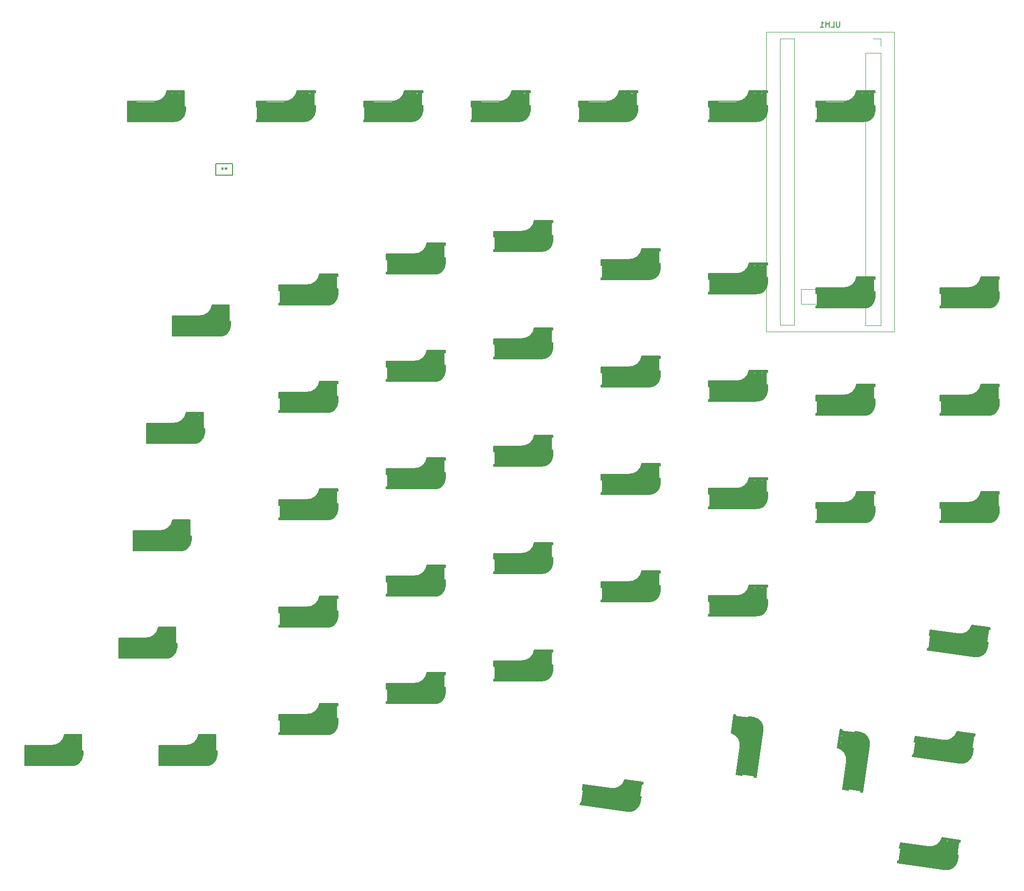
<source format=gbr>
%TF.GenerationSoftware,KiCad,Pcbnew,(6.0.5-0)*%
%TF.CreationDate,2023-01-14T19:39:34-08:00*%
%TF.ProjectId,ergodonk_pcb,6572676f-646f-46e6-9b5f-7063622e6b69,rev?*%
%TF.SameCoordinates,Original*%
%TF.FileFunction,Legend,Bot*%
%TF.FilePolarity,Positive*%
%FSLAX46Y46*%
G04 Gerber Fmt 4.6, Leading zero omitted, Abs format (unit mm)*
G04 Created by KiCad (PCBNEW (6.0.5-0)) date 2023-01-14 19:39:34*
%MOMM*%
%LPD*%
G01*
G04 APERTURE LIST*
%ADD10C,0.150000*%
%ADD11C,1.000000*%
%ADD12C,0.500000*%
%ADD13C,3.500000*%
%ADD14C,0.400000*%
%ADD15C,0.300000*%
%ADD16C,0.800000*%
%ADD17C,3.000000*%
%ADD18C,0.120000*%
G04 APERTURE END LIST*
D10*
%TO.C,R1*%
X62222138Y-49624645D02*
X62222138Y-49818169D01*
X62415661Y-49740759D02*
X62222138Y-49818169D01*
X62028614Y-49740759D01*
X62338252Y-49972988D02*
X62222138Y-49818169D01*
X62106023Y-49972988D01*
X61602861Y-49624645D02*
X61602861Y-49818169D01*
X61796385Y-49740759D02*
X61602861Y-49818169D01*
X61409338Y-49740759D01*
X61718976Y-49972988D02*
X61602861Y-49818169D01*
X61486747Y-49972988D01*
%TO.C,ULH1*%
X171076726Y-23741130D02*
X171076726Y-24550654D01*
X171029107Y-24645892D01*
X170981488Y-24693511D01*
X170886250Y-24741130D01*
X170695773Y-24741130D01*
X170600535Y-24693511D01*
X170552916Y-24645892D01*
X170505297Y-24550654D01*
X170505297Y-23741130D01*
X169552916Y-24741130D02*
X170029107Y-24741130D01*
X170029107Y-23741130D01*
X169219583Y-24741130D02*
X169219583Y-23741130D01*
X169219583Y-24217321D02*
X168648154Y-24217321D01*
X168648154Y-24741130D02*
X168648154Y-23741130D01*
X167648154Y-24741130D02*
X168219583Y-24741130D01*
X167933869Y-24741130D02*
X167933869Y-23741130D01*
X168029107Y-23883988D01*
X168124345Y-23979226D01*
X168219583Y-24026845D01*
%TO.C,SWLH14*%
X114700000Y-60975000D02*
X109700000Y-60975000D01*
X109700000Y-60975000D02*
X109700000Y-61975000D01*
D11*
X110400000Y-63975000D02*
X110400000Y-61475000D01*
D10*
X120200000Y-59075000D02*
X116920000Y-59075000D01*
X109700000Y-61975000D02*
X109900000Y-61975000D01*
X109920000Y-61975000D02*
X109920000Y-64225000D01*
X120200000Y-62675000D02*
X120200000Y-61675000D01*
X120000000Y-59435000D02*
X120200000Y-59435000D01*
D12*
X120000000Y-59275000D02*
X117300000Y-59275000D01*
D13*
X111700000Y-62775000D02*
X118400000Y-62775000D01*
D12*
X110000000Y-61275000D02*
X111400000Y-61275000D01*
D10*
X109700000Y-64225000D02*
X109700000Y-64575000D01*
D14*
X109900000Y-61875000D02*
X109900000Y-61175000D01*
D10*
X109700000Y-64575000D02*
X118100001Y-64575000D01*
X119970000Y-61675000D02*
X119970000Y-59435000D01*
X120200000Y-59075000D02*
X120200000Y-59435000D01*
X109900000Y-64225000D02*
X109700000Y-64225000D01*
D15*
X120100000Y-61775001D02*
X120100000Y-62675000D01*
D14*
X109900000Y-64375000D02*
X111300000Y-64375000D01*
D16*
X119600000Y-59575000D02*
X119600000Y-61374999D01*
D17*
X118470000Y-63075000D02*
X118470000Y-60835000D01*
D10*
X120200000Y-61675000D02*
X120000000Y-61675000D01*
D11*
X115100000Y-61375000D02*
G75*
G03*
X117316318Y-59496471I65001J2169999D01*
G01*
D10*
X118100001Y-64575001D02*
G75*
G03*
X120200000Y-62674999I100000J1999999D01*
G01*
X114700000Y-60975000D02*
G75*
G03*
X116916318Y-59096471I65001J2169999D01*
G01*
%TO.C,SWLH33*%
X101150000Y-104775000D02*
X101150000Y-103775000D01*
D17*
X99420000Y-105175000D02*
X99420000Y-102935000D01*
D10*
X90650000Y-106325000D02*
X90650000Y-106675000D01*
X101150000Y-101175000D02*
X97870000Y-101175000D01*
D14*
X90850000Y-103975000D02*
X90850000Y-103275000D01*
D10*
X100950000Y-101535000D02*
X101150000Y-101535000D01*
D16*
X100550000Y-101675000D02*
X100550000Y-103474999D01*
D14*
X90850000Y-106475000D02*
X92250000Y-106475000D01*
D10*
X90850000Y-106325000D02*
X90650000Y-106325000D01*
X90650000Y-103075000D02*
X90650000Y-104075000D01*
X95650000Y-103075000D02*
X90650000Y-103075000D01*
X90650000Y-104075000D02*
X90850000Y-104075000D01*
X90650000Y-106675000D02*
X99050001Y-106675000D01*
X90870000Y-104075000D02*
X90870000Y-106325000D01*
D13*
X92650000Y-104875000D02*
X99350000Y-104875000D01*
D10*
X101150000Y-103775000D02*
X100950000Y-103775000D01*
D11*
X91350000Y-106075000D02*
X91350000Y-103575000D01*
D10*
X101150000Y-101175000D02*
X101150000Y-101535000D01*
D12*
X90950000Y-103375000D02*
X92350000Y-103375000D01*
D10*
X100920000Y-103775000D02*
X100920000Y-101535000D01*
D15*
X101050000Y-103875001D02*
X101050000Y-104775000D01*
D12*
X100950000Y-101375000D02*
X98250000Y-101375000D01*
D11*
X96050000Y-103475000D02*
G75*
G03*
X98266318Y-101596471I65001J2169999D01*
G01*
D10*
X99050001Y-106675001D02*
G75*
G03*
X101150000Y-104774999I100000J1999999D01*
G01*
X95650000Y-103075000D02*
G75*
G03*
X97866318Y-101196471I65001J2169999D01*
G01*
D15*
%TO.C,SWLH57*%
X173816246Y-149812215D02*
X174707486Y-149937471D01*
D10*
X173699125Y-149927033D02*
X171480925Y-149615285D01*
X173731135Y-149699271D02*
X173703301Y-149897324D01*
D14*
X174971376Y-160274799D02*
X175166218Y-158888424D01*
D12*
X171326657Y-149563309D02*
X170950890Y-152237033D01*
D17*
X174876741Y-151607277D02*
X172658541Y-151295529D01*
D10*
X171485100Y-149585577D02*
X171512935Y-149387523D01*
X172272495Y-155048324D02*
X171576630Y-159999664D01*
X174822836Y-160253923D02*
X174795001Y-160451977D01*
X171156438Y-149337421D02*
X171512935Y-149387523D01*
X174795001Y-160451977D02*
X175141595Y-160500688D01*
X175141595Y-160500688D02*
X176310649Y-152182435D01*
D12*
X171915462Y-159744336D02*
X172110305Y-158357961D01*
D13*
X173637459Y-158269640D02*
X174569918Y-151634844D01*
D10*
X171156438Y-149337421D02*
X170699950Y-152585500D01*
X171576630Y-159999664D02*
X172566898Y-160138838D01*
D16*
X171568068Y-150001168D02*
X173350550Y-150251680D01*
D10*
X172597516Y-159920979D02*
X174825619Y-160234118D01*
X174721403Y-149838444D02*
X173731135Y-149699271D01*
D11*
X174644855Y-159723996D02*
X172169185Y-159376063D01*
D10*
X172566898Y-160138838D02*
X172594733Y-159940784D01*
D14*
X172495706Y-159926867D02*
X171802518Y-159829445D01*
D11*
X172724272Y-154707886D02*
G75*
G03*
X171172476Y-152251696I-2139834J366374D01*
G01*
D10*
X176310649Y-152182435D02*
G75*
G03*
X174721402Y-149838444I-1966617J377373D01*
G01*
X172272495Y-155048324D02*
G75*
G03*
X170720700Y-152592134I-2139834J366374D01*
G01*
%TO.C,SWLH35*%
X128750000Y-107325000D02*
X128750000Y-107675000D01*
X139250000Y-102175000D02*
X135970000Y-102175000D01*
X139250000Y-102175000D02*
X139250000Y-102535000D01*
X128750000Y-104075000D02*
X128750000Y-105075000D01*
D14*
X128950000Y-104975000D02*
X128950000Y-104275000D01*
D16*
X138650000Y-102675000D02*
X138650000Y-104474999D01*
D14*
X128950000Y-107475000D02*
X130350000Y-107475000D01*
D17*
X137520000Y-106175000D02*
X137520000Y-103935000D01*
D10*
X128950000Y-107325000D02*
X128750000Y-107325000D01*
X139020000Y-104775000D02*
X139020000Y-102535000D01*
D15*
X139150000Y-104875001D02*
X139150000Y-105775000D01*
D10*
X128750000Y-105075000D02*
X128950000Y-105075000D01*
D12*
X139050000Y-102375000D02*
X136350000Y-102375000D01*
D10*
X139250000Y-104775000D02*
X139050000Y-104775000D01*
X133750000Y-104075000D02*
X128750000Y-104075000D01*
D11*
X129450000Y-107075000D02*
X129450000Y-104575000D01*
D10*
X139250000Y-105775000D02*
X139250000Y-104775000D01*
D13*
X130750000Y-105875000D02*
X137450000Y-105875000D01*
D12*
X129050000Y-104375000D02*
X130450000Y-104375000D01*
D10*
X128970000Y-105075000D02*
X128970000Y-107325000D01*
X139050000Y-102535000D02*
X139250000Y-102535000D01*
X128750000Y-107675000D02*
X137150001Y-107675000D01*
D11*
X134150000Y-104475000D02*
G75*
G03*
X136366318Y-102596471I65001J2169999D01*
G01*
D10*
X137150001Y-107675001D02*
G75*
G03*
X139250000Y-105774999I100000J1999999D01*
G01*
X133750000Y-104075000D02*
G75*
G03*
X135966318Y-102196471I65001J2169999D01*
G01*
%TO.C,SWLH12*%
X71600000Y-73725000D02*
X71600000Y-74075000D01*
X76600000Y-70475000D02*
X71600000Y-70475000D01*
D16*
X81500000Y-69075000D02*
X81500000Y-70874999D01*
D10*
X81870000Y-71175000D02*
X81870000Y-68935000D01*
X82100000Y-68575000D02*
X78820000Y-68575000D01*
D14*
X71800000Y-73875000D02*
X73200000Y-73875000D01*
D12*
X81900000Y-68775000D02*
X79200000Y-68775000D01*
D10*
X82100000Y-68575000D02*
X82100000Y-68935000D01*
X82100000Y-71175000D02*
X81900000Y-71175000D01*
X71600000Y-74075000D02*
X80000001Y-74075000D01*
D13*
X73600000Y-72275000D02*
X80300000Y-72275000D01*
D10*
X81900000Y-68935000D02*
X82100000Y-68935000D01*
D14*
X71800000Y-71375000D02*
X71800000Y-70675000D01*
D10*
X71820000Y-71475000D02*
X71820000Y-73725000D01*
X82100000Y-72175000D02*
X82100000Y-71175000D01*
D15*
X82000000Y-71275001D02*
X82000000Y-72175000D01*
D10*
X71600000Y-70475000D02*
X71600000Y-71475000D01*
X71800000Y-73725000D02*
X71600000Y-73725000D01*
D17*
X80370000Y-72575000D02*
X80370000Y-70335000D01*
D10*
X71600000Y-71475000D02*
X71800000Y-71475000D01*
D12*
X71900000Y-70775000D02*
X73300000Y-70775000D01*
D11*
X72300000Y-73475000D02*
X72300000Y-70975000D01*
D10*
X76600000Y-70475000D02*
G75*
G03*
X78816318Y-68596471I65001J2169999D01*
G01*
D11*
X77000000Y-70875000D02*
G75*
G03*
X79216318Y-68996471I65001J2169999D01*
G01*
D10*
X80000001Y-74075001D02*
G75*
G03*
X82100000Y-72174999I100000J1999999D01*
G01*
D17*
%TO.C,SWLH43*%
X99420000Y-124225000D02*
X99420000Y-121985000D01*
D10*
X90650000Y-125375000D02*
X90650000Y-125725000D01*
X90870000Y-123125000D02*
X90870000Y-125375000D01*
D14*
X90850000Y-123025000D02*
X90850000Y-122325000D01*
D12*
X100950000Y-120425000D02*
X98250000Y-120425000D01*
D10*
X100950000Y-120585000D02*
X101150000Y-120585000D01*
D16*
X100550000Y-120725000D02*
X100550000Y-122524999D01*
D10*
X95650000Y-122125000D02*
X90650000Y-122125000D01*
X90650000Y-122125000D02*
X90650000Y-123125000D01*
D12*
X90950000Y-122425000D02*
X92350000Y-122425000D01*
D10*
X90650000Y-125725000D02*
X99050001Y-125725000D01*
X90850000Y-125375000D02*
X90650000Y-125375000D01*
D14*
X90850000Y-125525000D02*
X92250000Y-125525000D01*
D10*
X101150000Y-120225000D02*
X97870000Y-120225000D01*
D13*
X92650000Y-123925000D02*
X99350000Y-123925000D01*
D15*
X101050000Y-122925001D02*
X101050000Y-123825000D01*
D10*
X90650000Y-123125000D02*
X90850000Y-123125000D01*
X101150000Y-120225000D02*
X101150000Y-120585000D01*
D11*
X91350000Y-125125000D02*
X91350000Y-122625000D01*
D10*
X101150000Y-123825000D02*
X101150000Y-122825000D01*
X101150000Y-122825000D02*
X100950000Y-122825000D01*
X100920000Y-122825000D02*
X100920000Y-120585000D01*
X95650000Y-122125000D02*
G75*
G03*
X97866318Y-120246471I65001J2169999D01*
G01*
D11*
X96050000Y-122525000D02*
G75*
G03*
X98266318Y-120646471I65001J2169999D01*
G01*
D10*
X99050001Y-125725001D02*
G75*
G03*
X101150000Y-123824999I100000J1999999D01*
G01*
%TO.C,SWLH2*%
X67600000Y-41525000D02*
X76000001Y-41525000D01*
D13*
X69600000Y-39725000D02*
X76300000Y-39725000D01*
D15*
X78000000Y-38725001D02*
X78000000Y-39625000D01*
D10*
X67600000Y-37925000D02*
X67600000Y-38925000D01*
X77870000Y-38625000D02*
X77870000Y-36385000D01*
X77900000Y-36385000D02*
X78100000Y-36385000D01*
D16*
X77500000Y-36525000D02*
X77500000Y-38324999D01*
D10*
X78100000Y-39625000D02*
X78100000Y-38625000D01*
D14*
X67800000Y-38825000D02*
X67800000Y-38125000D01*
D10*
X67600000Y-38925000D02*
X67800000Y-38925000D01*
X78100000Y-36025000D02*
X78100000Y-36385000D01*
X67820000Y-38925000D02*
X67820000Y-41175000D01*
X78100000Y-36025000D02*
X74820000Y-36025000D01*
X67600000Y-41175000D02*
X67600000Y-41525000D01*
D14*
X67800000Y-41325000D02*
X69200000Y-41325000D01*
D12*
X77900000Y-36225000D02*
X75200000Y-36225000D01*
X67900000Y-38225000D02*
X69300000Y-38225000D01*
D10*
X78100000Y-38625000D02*
X77900000Y-38625000D01*
D11*
X68300000Y-40925000D02*
X68300000Y-38425000D01*
D17*
X76370000Y-40025000D02*
X76370000Y-37785000D01*
D10*
X67800000Y-41175000D02*
X67600000Y-41175000D01*
X72600000Y-37925000D02*
X67600000Y-37925000D01*
X72600000Y-37925000D02*
G75*
G03*
X74816318Y-36046471I65001J2169999D01*
G01*
X76000001Y-41525001D02*
G75*
G03*
X78100000Y-39624999I100000J1999999D01*
G01*
D11*
X73000000Y-38325000D02*
G75*
G03*
X75216318Y-36446471I65001J2169999D01*
G01*
D10*
%TO.C,SWLH53*%
X101150000Y-139275000D02*
X101150000Y-139635000D01*
X101150000Y-141875000D02*
X100950000Y-141875000D01*
D16*
X100550000Y-139775000D02*
X100550000Y-141574999D01*
D10*
X100950000Y-139635000D02*
X101150000Y-139635000D01*
D13*
X92650000Y-142975000D02*
X99350000Y-142975000D01*
D17*
X99420000Y-143275000D02*
X99420000Y-141035000D01*
D10*
X101150000Y-139275000D02*
X97870000Y-139275000D01*
D12*
X90950000Y-141475000D02*
X92350000Y-141475000D01*
D10*
X90650000Y-141175000D02*
X90650000Y-142175000D01*
X90870000Y-142175000D02*
X90870000Y-144425000D01*
D15*
X101050000Y-141975001D02*
X101050000Y-142875000D01*
D10*
X90850000Y-144425000D02*
X90650000Y-144425000D01*
D14*
X90850000Y-142075000D02*
X90850000Y-141375000D01*
D11*
X91350000Y-144175000D02*
X91350000Y-141675000D01*
D10*
X95650000Y-141175000D02*
X90650000Y-141175000D01*
D12*
X100950000Y-139475000D02*
X98250000Y-139475000D01*
D10*
X90650000Y-144425000D02*
X90650000Y-144775000D01*
D14*
X90850000Y-144575000D02*
X92250000Y-144575000D01*
D10*
X100920000Y-141875000D02*
X100920000Y-139635000D01*
X101150000Y-142875000D02*
X101150000Y-141875000D01*
X90650000Y-144775000D02*
X99050001Y-144775000D01*
X90650000Y-142175000D02*
X90850000Y-142175000D01*
X95650000Y-141175000D02*
G75*
G03*
X97866318Y-139296471I65001J2169999D01*
G01*
D11*
X96050000Y-141575000D02*
G75*
G03*
X98266318Y-139696471I65001J2169999D01*
G01*
D10*
X99050001Y-144775001D02*
G75*
G03*
X101150000Y-142874999I100000J1999999D01*
G01*
%TO.C,SWLH3*%
X97150000Y-36025000D02*
X93870000Y-36025000D01*
D14*
X86850000Y-41325000D02*
X88250000Y-41325000D01*
D10*
X97150000Y-38625000D02*
X96950000Y-38625000D01*
X86650000Y-41525000D02*
X95050001Y-41525000D01*
X97150000Y-36025000D02*
X97150000Y-36385000D01*
D15*
X97050000Y-38725001D02*
X97050000Y-39625000D01*
D10*
X91650000Y-37925000D02*
X86650000Y-37925000D01*
X86850000Y-41175000D02*
X86650000Y-41175000D01*
X86870000Y-38925000D02*
X86870000Y-41175000D01*
D11*
X87350000Y-40925000D02*
X87350000Y-38425000D01*
D14*
X86850000Y-38825000D02*
X86850000Y-38125000D01*
D17*
X95420000Y-40025000D02*
X95420000Y-37785000D01*
D10*
X97150000Y-39625000D02*
X97150000Y-38625000D01*
X86650000Y-37925000D02*
X86650000Y-38925000D01*
X96920000Y-38625000D02*
X96920000Y-36385000D01*
D13*
X88650000Y-39725000D02*
X95350000Y-39725000D01*
D10*
X86650000Y-38925000D02*
X86850000Y-38925000D01*
D12*
X86950000Y-38225000D02*
X88350000Y-38225000D01*
D10*
X86650000Y-41175000D02*
X86650000Y-41525000D01*
D16*
X96550000Y-36525000D02*
X96550000Y-38324999D01*
D10*
X96950000Y-36385000D02*
X97150000Y-36385000D01*
D12*
X96950000Y-36225000D02*
X94250000Y-36225000D01*
D10*
X91650000Y-37925000D02*
G75*
G03*
X93866318Y-36046471I65001J2169999D01*
G01*
X95050001Y-41525001D02*
G75*
G03*
X97150000Y-39624999I100000J1999999D01*
G01*
D11*
X92050000Y-38325000D02*
G75*
G03*
X94266318Y-36446471I65001J2169999D01*
G01*
D10*
%TO.C,SWLH45*%
X128950000Y-126375000D02*
X128750000Y-126375000D01*
X139250000Y-123825000D02*
X139050000Y-123825000D01*
D14*
X128950000Y-124025000D02*
X128950000Y-123325000D01*
D10*
X133750000Y-123125000D02*
X128750000Y-123125000D01*
D14*
X128950000Y-126525000D02*
X130350000Y-126525000D01*
D11*
X129450000Y-126125000D02*
X129450000Y-123625000D01*
D12*
X139050000Y-121425000D02*
X136350000Y-121425000D01*
D10*
X139250000Y-121225000D02*
X135970000Y-121225000D01*
D15*
X139150000Y-123925001D02*
X139150000Y-124825000D01*
D10*
X128750000Y-124125000D02*
X128950000Y-124125000D01*
X139050000Y-121585000D02*
X139250000Y-121585000D01*
X139250000Y-124825000D02*
X139250000Y-123825000D01*
X128970000Y-124125000D02*
X128970000Y-126375000D01*
D16*
X138650000Y-121725000D02*
X138650000Y-123524999D01*
D17*
X137520000Y-125225000D02*
X137520000Y-122985000D01*
D10*
X128750000Y-126375000D02*
X128750000Y-126725000D01*
D12*
X129050000Y-123425000D02*
X130450000Y-123425000D01*
D13*
X130750000Y-124925000D02*
X137450000Y-124925000D01*
D10*
X139020000Y-123825000D02*
X139020000Y-121585000D01*
X139250000Y-121225000D02*
X139250000Y-121585000D01*
X128750000Y-126725000D02*
X137150001Y-126725000D01*
X128750000Y-123125000D02*
X128750000Y-124125000D01*
X137150001Y-126725001D02*
G75*
G03*
X139250000Y-124824999I100000J1999999D01*
G01*
X133750000Y-123125000D02*
G75*
G03*
X135966318Y-121246471I65001J2169999D01*
G01*
D11*
X134150000Y-123525000D02*
G75*
G03*
X136366318Y-121646471I65001J2169999D01*
G01*
D10*
%TO.C,SWLH68*%
X192474496Y-169020879D02*
X189226417Y-168564391D01*
X191884884Y-171563566D02*
X192196632Y-169345366D01*
D12*
X182067581Y-169779903D02*
X183453956Y-169974746D01*
D10*
X192474496Y-169020879D02*
X192424394Y-169377376D01*
D17*
X190204640Y-172741182D02*
X190516388Y-170522982D01*
D10*
X181557994Y-172687277D02*
X181359940Y-172659442D01*
X192226340Y-169349541D02*
X192424394Y-169377376D01*
X181673079Y-170431339D02*
X181871133Y-170459174D01*
D13*
X183542277Y-171501900D02*
X190177073Y-172434359D01*
D10*
X181890938Y-170461957D02*
X181577799Y-172690060D01*
X181311229Y-173006036D02*
X189629482Y-174175090D01*
X181812253Y-169441071D02*
X181673079Y-170431339D01*
D14*
X181537118Y-172835817D02*
X182923493Y-173030659D01*
D11*
X182087921Y-172509296D02*
X182435854Y-170033626D01*
D15*
X191999702Y-171680687D02*
X191874446Y-172571927D01*
D10*
X191973473Y-172585844D02*
X192112646Y-171595576D01*
X192112646Y-171595576D02*
X191914593Y-171567742D01*
D12*
X192248608Y-169191098D02*
X189574884Y-168815331D01*
D10*
X181359940Y-172659442D02*
X181311229Y-173006036D01*
X186763593Y-170136936D02*
X181812253Y-169441071D01*
D14*
X181885050Y-170360147D02*
X181982472Y-169666959D01*
D16*
X191810749Y-169432509D02*
X191560237Y-171214991D01*
D10*
X189629482Y-174175090D02*
G75*
G03*
X191973473Y-172585843I377373J1966617D01*
G01*
X186763593Y-170136936D02*
G75*
G03*
X189219783Y-168585141I366374J2139834D01*
G01*
D11*
X187104031Y-170588713D02*
G75*
G03*
X189560221Y-169036917I366374J2139834D01*
G01*
D10*
%TO.C,SWLH27*%
X177350000Y-91725000D02*
X177350000Y-90725000D01*
X166850000Y-90025000D02*
X166850000Y-91025000D01*
D13*
X168850000Y-91825000D02*
X175550000Y-91825000D01*
D10*
X177350000Y-90725000D02*
X177150000Y-90725000D01*
X166850000Y-93625000D02*
X175250001Y-93625000D01*
D17*
X175620000Y-92125000D02*
X175620000Y-89885000D01*
D10*
X171850000Y-90025000D02*
X166850000Y-90025000D01*
D12*
X167150000Y-90325000D02*
X168550000Y-90325000D01*
D15*
X177250000Y-90825001D02*
X177250000Y-91725000D01*
D14*
X167050000Y-93425000D02*
X168450000Y-93425000D01*
D10*
X167050000Y-93275000D02*
X166850000Y-93275000D01*
D14*
X167050000Y-90925000D02*
X167050000Y-90225000D01*
D16*
X176750000Y-88625000D02*
X176750000Y-90424999D01*
D10*
X166850000Y-93275000D02*
X166850000Y-93625000D01*
X166850000Y-91025000D02*
X167050000Y-91025000D01*
X177150000Y-88485000D02*
X177350000Y-88485000D01*
X177350000Y-88125000D02*
X177350000Y-88485000D01*
D11*
X167550000Y-93025000D02*
X167550000Y-90525000D01*
D10*
X167070000Y-91025000D02*
X167070000Y-93275000D01*
D12*
X177150000Y-88325000D02*
X174450000Y-88325000D01*
D10*
X177350000Y-88125000D02*
X174070000Y-88125000D01*
X177120000Y-90725000D02*
X177120000Y-88485000D01*
X171850000Y-90025000D02*
G75*
G03*
X174066318Y-88146471I65001J2169999D01*
G01*
D11*
X172250000Y-90425000D02*
G75*
G03*
X174466318Y-88546471I65001J2169999D01*
G01*
D10*
X175250001Y-93625001D02*
G75*
G03*
X177350000Y-91724999I100000J1999999D01*
G01*
D15*
%TO.C,SWLH4*%
X116100000Y-38725001D02*
X116100000Y-39625000D01*
D16*
X115600000Y-36525000D02*
X115600000Y-38324999D01*
D12*
X116000000Y-36225000D02*
X113300000Y-36225000D01*
D10*
X105920000Y-38925000D02*
X105920000Y-41175000D01*
X116200000Y-36025000D02*
X116200000Y-36385000D01*
D14*
X105900000Y-38825000D02*
X105900000Y-38125000D01*
D10*
X116200000Y-38625000D02*
X116000000Y-38625000D01*
X105700000Y-37925000D02*
X105700000Y-38925000D01*
X105900000Y-41175000D02*
X105700000Y-41175000D01*
X110700000Y-37925000D02*
X105700000Y-37925000D01*
X116000000Y-36385000D02*
X116200000Y-36385000D01*
X105700000Y-38925000D02*
X105900000Y-38925000D01*
D11*
X106400000Y-40925000D02*
X106400000Y-38425000D01*
D10*
X116200000Y-36025000D02*
X112920000Y-36025000D01*
D14*
X105900000Y-41325000D02*
X107300000Y-41325000D01*
D17*
X114470000Y-40025000D02*
X114470000Y-37785000D01*
D13*
X107700000Y-39725000D02*
X114400000Y-39725000D01*
D12*
X106000000Y-38225000D02*
X107400000Y-38225000D01*
D10*
X105700000Y-41525000D02*
X114100001Y-41525000D01*
X105700000Y-41175000D02*
X105700000Y-41525000D01*
X116200000Y-39625000D02*
X116200000Y-38625000D01*
X115970000Y-38625000D02*
X115970000Y-36385000D01*
X114100001Y-41525001D02*
G75*
G03*
X116200000Y-39624999I100000J1999999D01*
G01*
D11*
X111100000Y-38325000D02*
G75*
G03*
X113316318Y-36446471I65001J2169999D01*
G01*
D10*
X110700000Y-37925000D02*
G75*
G03*
X112916318Y-36046471I65001J2169999D01*
G01*
%TO.C,SWLH65*%
X135850232Y-161283757D02*
X135652179Y-161255923D01*
D12*
X125805167Y-159468084D02*
X127191542Y-159662927D01*
D10*
X125097526Y-162347623D02*
X125048815Y-162694217D01*
D14*
X125274704Y-162523998D02*
X126661079Y-162718840D01*
D10*
X136212082Y-158709060D02*
X132964003Y-158252572D01*
X125628524Y-160150138D02*
X125315385Y-162378241D01*
D14*
X125622636Y-160048328D02*
X125720058Y-159355140D01*
D10*
X130501179Y-159825117D02*
X125549839Y-159129252D01*
D16*
X135548335Y-159120690D02*
X135297823Y-160903172D01*
D10*
X135711059Y-162274025D02*
X135850232Y-161283757D01*
X125549839Y-159129252D02*
X125410665Y-160119520D01*
D13*
X127279863Y-161190081D02*
X133914659Y-162122540D01*
D10*
X135622470Y-161251747D02*
X135934218Y-159033547D01*
D15*
X135737288Y-161368868D02*
X135612032Y-162260108D01*
D10*
X135963926Y-159037722D02*
X136161980Y-159065557D01*
X125048815Y-162694217D02*
X133367068Y-163863271D01*
X125295580Y-162375458D02*
X125097526Y-162347623D01*
D12*
X135986194Y-158879279D02*
X133312470Y-158503512D01*
D11*
X125825507Y-162197477D02*
X126173440Y-159721807D01*
D17*
X133942226Y-162429363D02*
X134253974Y-160211163D01*
D10*
X125410665Y-160119520D02*
X125608719Y-160147355D01*
X136212082Y-158709060D02*
X136161980Y-159065557D01*
D11*
X130841617Y-160276894D02*
G75*
G03*
X133297807Y-158725098I366374J2139834D01*
G01*
D10*
X130501179Y-159825117D02*
G75*
G03*
X132957369Y-158273322I366374J2139834D01*
G01*
X133367068Y-163863271D02*
G75*
G03*
X135711059Y-162274024I377373J1966617D01*
G01*
%TO.C,SWLH22*%
X82100000Y-90225000D02*
X81900000Y-90225000D01*
D12*
X81900000Y-87825000D02*
X79200000Y-87825000D01*
D13*
X73600000Y-91325000D02*
X80300000Y-91325000D01*
D14*
X71800000Y-90425000D02*
X71800000Y-89725000D01*
D10*
X81900000Y-87985000D02*
X82100000Y-87985000D01*
D15*
X82000000Y-90325001D02*
X82000000Y-91225000D01*
D10*
X71820000Y-90525000D02*
X71820000Y-92775000D01*
X81870000Y-90225000D02*
X81870000Y-87985000D01*
D14*
X71800000Y-92925000D02*
X73200000Y-92925000D01*
D11*
X72300000Y-92525000D02*
X72300000Y-90025000D01*
D10*
X71800000Y-92775000D02*
X71600000Y-92775000D01*
X76600000Y-89525000D02*
X71600000Y-89525000D01*
X71600000Y-92775000D02*
X71600000Y-93125000D01*
X82100000Y-91225000D02*
X82100000Y-90225000D01*
D17*
X80370000Y-91625000D02*
X80370000Y-89385000D01*
D16*
X81500000Y-88125000D02*
X81500000Y-89924999D01*
D10*
X82100000Y-87625000D02*
X78820000Y-87625000D01*
X71600000Y-89525000D02*
X71600000Y-90525000D01*
X71600000Y-93125000D02*
X80000001Y-93125000D01*
X82100000Y-87625000D02*
X82100000Y-87985000D01*
X71600000Y-90525000D02*
X71800000Y-90525000D01*
D12*
X71900000Y-89825000D02*
X73300000Y-89825000D01*
D11*
X77000000Y-89925000D02*
G75*
G03*
X79216318Y-88046471I65001J2169999D01*
G01*
D10*
X80000001Y-93125001D02*
G75*
G03*
X82100000Y-91224999I100000J1999999D01*
G01*
X76600000Y-89525000D02*
G75*
G03*
X78816318Y-87646471I65001J2169999D01*
G01*
%TO.C,SWLH16*%
X147800000Y-72075000D02*
X156200001Y-72075000D01*
X158300000Y-69175000D02*
X158100000Y-69175000D01*
D15*
X158200000Y-69275001D02*
X158200000Y-70175000D01*
D10*
X148000000Y-71725000D02*
X147800000Y-71725000D01*
X148020000Y-69475000D02*
X148020000Y-71725000D01*
D17*
X156570000Y-70575000D02*
X156570000Y-68335000D01*
D10*
X158300000Y-66575000D02*
X155020000Y-66575000D01*
X158300000Y-70175000D02*
X158300000Y-69175000D01*
X158300000Y-66575000D02*
X158300000Y-66935000D01*
X147800000Y-68475000D02*
X147800000Y-69475000D01*
X147800000Y-71725000D02*
X147800000Y-72075000D01*
X158070000Y-69175000D02*
X158070000Y-66935000D01*
D13*
X149800000Y-70275000D02*
X156500000Y-70275000D01*
D10*
X147800000Y-69475000D02*
X148000000Y-69475000D01*
D14*
X148000000Y-69375000D02*
X148000000Y-68675000D01*
D12*
X158100000Y-66775000D02*
X155400000Y-66775000D01*
D11*
X148500000Y-71475000D02*
X148500000Y-68975000D01*
D12*
X148100000Y-68775000D02*
X149500000Y-68775000D01*
D10*
X152800000Y-68475000D02*
X147800000Y-68475000D01*
D14*
X148000000Y-71875000D02*
X149400000Y-71875000D01*
D10*
X158100000Y-66935000D02*
X158300000Y-66935000D01*
D16*
X157700000Y-67075000D02*
X157700000Y-68874999D01*
D10*
X156200001Y-72075001D02*
G75*
G03*
X158300000Y-70174999I100000J1999999D01*
G01*
X152800000Y-68475000D02*
G75*
G03*
X155016318Y-66596471I65001J2169999D01*
G01*
D11*
X153200000Y-68875000D02*
G75*
G03*
X155416318Y-66996471I65001J2169999D01*
G01*
D10*
%TO.C,SWLH58*%
X184542185Y-151597350D02*
X184229046Y-153825453D01*
X183962476Y-154141429D02*
X192280729Y-155310483D01*
D11*
X184739168Y-153644689D02*
X185087101Y-151169019D01*
D17*
X192855887Y-153876575D02*
X193167635Y-151658375D01*
D10*
X184209241Y-153822670D02*
X184011187Y-153794835D01*
D14*
X184188365Y-153971210D02*
X185574740Y-154166052D01*
D10*
X194536131Y-152698959D02*
X194847879Y-150480759D01*
D12*
X184718828Y-150915296D02*
X186105203Y-151110139D01*
D10*
X184011187Y-153794835D02*
X183962476Y-154141429D01*
X195125743Y-150156272D02*
X195075641Y-150512769D01*
D15*
X194650949Y-152816080D02*
X194525693Y-153707320D01*
D12*
X194899855Y-150326491D02*
X192226131Y-149950724D01*
D16*
X194461996Y-150567902D02*
X194211484Y-152350384D01*
D10*
X189414840Y-151272329D02*
X184463500Y-150576464D01*
X194877587Y-150484934D02*
X195075641Y-150512769D01*
X184463500Y-150576464D02*
X184324326Y-151566732D01*
D14*
X184536297Y-151495540D02*
X184633719Y-150802352D01*
D13*
X186193524Y-152637293D02*
X192828320Y-153569752D01*
D10*
X195125743Y-150156272D02*
X191877664Y-149699784D01*
X184324326Y-151566732D02*
X184522380Y-151594567D01*
X194624720Y-153721237D02*
X194763893Y-152730969D01*
X194763893Y-152730969D02*
X194565840Y-152703135D01*
X192280729Y-155310483D02*
G75*
G03*
X194624720Y-153721236I377373J1966617D01*
G01*
X189414840Y-151272329D02*
G75*
G03*
X191871030Y-149720534I366374J2139834D01*
G01*
D11*
X189755278Y-151724106D02*
G75*
G03*
X192211468Y-150172310I366374J2139834D01*
G01*
D10*
%TO.C,SWLH44*%
X114700000Y-118125000D02*
X109700000Y-118125000D01*
D14*
X109900000Y-121525000D02*
X111300000Y-121525000D01*
D10*
X109920000Y-119125000D02*
X109920000Y-121375000D01*
X109700000Y-121375000D02*
X109700000Y-121725000D01*
X109700000Y-118125000D02*
X109700000Y-119125000D01*
D17*
X118470000Y-120225000D02*
X118470000Y-117985000D01*
D11*
X110400000Y-121125000D02*
X110400000Y-118625000D01*
D13*
X111700000Y-119925000D02*
X118400000Y-119925000D01*
D10*
X120200000Y-119825000D02*
X120200000Y-118825000D01*
X120200000Y-116225000D02*
X116920000Y-116225000D01*
D12*
X120000000Y-116425000D02*
X117300000Y-116425000D01*
D10*
X109700000Y-119125000D02*
X109900000Y-119125000D01*
X120000000Y-116585000D02*
X120200000Y-116585000D01*
X120200000Y-116225000D02*
X120200000Y-116585000D01*
X109900000Y-121375000D02*
X109700000Y-121375000D01*
D12*
X110000000Y-118425000D02*
X111400000Y-118425000D01*
D14*
X109900000Y-119025000D02*
X109900000Y-118325000D01*
D15*
X120100000Y-118925001D02*
X120100000Y-119825000D01*
D10*
X109700000Y-121725000D02*
X118100001Y-121725000D01*
X119970000Y-118825000D02*
X119970000Y-116585000D01*
D16*
X119600000Y-116725000D02*
X119600000Y-118524999D01*
D10*
X120200000Y-118825000D02*
X120000000Y-118825000D01*
X114700000Y-118125000D02*
G75*
G03*
X116916318Y-116246471I65001J2169999D01*
G01*
D11*
X115100000Y-118525000D02*
G75*
G03*
X117316318Y-116646471I65001J2169999D01*
G01*
D10*
X118100001Y-121725001D02*
G75*
G03*
X120200000Y-119824999I100000J1999999D01*
G01*
D15*
%TO.C,SWLH52*%
X82000000Y-147475001D02*
X82000000Y-148375000D01*
D16*
X81500000Y-145275000D02*
X81500000Y-147074999D01*
D10*
X81870000Y-147375000D02*
X81870000Y-145135000D01*
X81900000Y-145135000D02*
X82100000Y-145135000D01*
X71600000Y-146675000D02*
X71600000Y-147675000D01*
X82100000Y-144775000D02*
X82100000Y-145135000D01*
X71800000Y-149925000D02*
X71600000Y-149925000D01*
D14*
X71800000Y-147575000D02*
X71800000Y-146875000D01*
D10*
X82100000Y-148375000D02*
X82100000Y-147375000D01*
D17*
X80370000Y-148775000D02*
X80370000Y-146535000D01*
D10*
X82100000Y-147375000D02*
X81900000Y-147375000D01*
X82100000Y-144775000D02*
X78820000Y-144775000D01*
D11*
X72300000Y-149675000D02*
X72300000Y-147175000D01*
D12*
X71900000Y-146975000D02*
X73300000Y-146975000D01*
X81900000Y-144975000D02*
X79200000Y-144975000D01*
D10*
X71600000Y-147675000D02*
X71800000Y-147675000D01*
X76600000Y-146675000D02*
X71600000Y-146675000D01*
X71600000Y-149925000D02*
X71600000Y-150275000D01*
X71600000Y-150275000D02*
X80000001Y-150275000D01*
D13*
X73600000Y-148475000D02*
X80300000Y-148475000D01*
D14*
X71800000Y-150075000D02*
X73200000Y-150075000D01*
D10*
X71820000Y-147675000D02*
X71820000Y-149925000D01*
X80000001Y-150275001D02*
G75*
G03*
X82100000Y-148374999I100000J1999999D01*
G01*
X76600000Y-146675000D02*
G75*
G03*
X78816318Y-144796471I65001J2169999D01*
G01*
D11*
X77000000Y-147075000D02*
G75*
G03*
X79216318Y-145196471I65001J2169999D01*
G01*
D14*
%TO.C,SWLH56*%
X156102420Y-157654497D02*
X156297262Y-156268122D01*
D10*
X153697942Y-157518536D02*
X153725777Y-157320482D01*
X155852447Y-147218142D02*
X154862179Y-147078969D01*
D12*
X153046506Y-157124034D02*
X153241349Y-155737659D01*
D10*
X153403539Y-152428022D02*
X152707674Y-157379362D01*
X155953880Y-157633621D02*
X155926045Y-157831675D01*
X153728560Y-157300677D02*
X155956663Y-157613816D01*
X152287482Y-146717119D02*
X152643979Y-146767221D01*
X152287482Y-146717119D02*
X151830994Y-149965198D01*
D14*
X153626750Y-157306565D02*
X152933562Y-157209143D01*
D11*
X155775899Y-157103694D02*
X153300229Y-156755761D01*
D10*
X154862179Y-147078969D02*
X154834345Y-147277022D01*
X152707674Y-157379362D02*
X153697942Y-157518536D01*
D15*
X154947290Y-147191913D02*
X155838530Y-147317169D01*
D10*
X156272639Y-157880386D02*
X157441693Y-149562133D01*
X154830169Y-147306731D02*
X152611969Y-146994983D01*
X152616144Y-146965275D02*
X152643979Y-146767221D01*
D17*
X156007785Y-148986975D02*
X153789585Y-148675227D01*
D10*
X155926045Y-157831675D02*
X156272639Y-157880386D01*
D12*
X152457701Y-146943007D02*
X152081934Y-149616731D01*
D16*
X152699112Y-147380866D02*
X154481594Y-147631378D01*
D13*
X154768503Y-155649338D02*
X155700962Y-149014542D01*
D10*
X153403539Y-152428022D02*
G75*
G03*
X151851744Y-149971832I-2139834J366374D01*
G01*
D11*
X153855316Y-152087584D02*
G75*
G03*
X152303520Y-149631394I-2139834J366374D01*
G01*
D10*
X157441693Y-149562133D02*
G75*
G03*
X155852446Y-147218142I-1966617J377373D01*
G01*
D17*
%TO.C,SWLH28*%
X197670000Y-92125000D02*
X197670000Y-89885000D01*
D10*
X188900000Y-93275000D02*
X188900000Y-93625000D01*
D12*
X189200000Y-90325000D02*
X190600000Y-90325000D01*
D10*
X193900000Y-90025000D02*
X188900000Y-90025000D01*
X188900000Y-90025000D02*
X188900000Y-91025000D01*
D14*
X189100000Y-90925000D02*
X189100000Y-90225000D01*
D10*
X199170000Y-90725000D02*
X199170000Y-88485000D01*
X189100000Y-93275000D02*
X188900000Y-93275000D01*
X199400000Y-90725000D02*
X199200000Y-90725000D01*
X189120000Y-91025000D02*
X189120000Y-93275000D01*
X188900000Y-91025000D02*
X189100000Y-91025000D01*
D14*
X189100000Y-93425000D02*
X190500000Y-93425000D01*
D10*
X199400000Y-91725000D02*
X199400000Y-90725000D01*
D13*
X190900000Y-91825000D02*
X197600000Y-91825000D01*
D15*
X199300000Y-90825001D02*
X199300000Y-91725000D01*
D10*
X188900000Y-93625000D02*
X197300001Y-93625000D01*
X199400000Y-88125000D02*
X199400000Y-88485000D01*
D16*
X198800000Y-88625000D02*
X198800000Y-90424999D01*
D12*
X199200000Y-88325000D02*
X196500000Y-88325000D01*
D10*
X199200000Y-88485000D02*
X199400000Y-88485000D01*
D11*
X189600000Y-93025000D02*
X189600000Y-90525000D01*
D10*
X199400000Y-88125000D02*
X196120000Y-88125000D01*
X193900000Y-90025000D02*
G75*
G03*
X196116318Y-88146471I65001J2169999D01*
G01*
X197300001Y-93625001D02*
G75*
G03*
X199400000Y-91724999I100000J1999999D01*
G01*
D11*
X194300000Y-90425000D02*
G75*
G03*
X196516318Y-88546471I65001J2169999D01*
G01*
D10*
%TO.C,SWLH26*%
X158300000Y-85625000D02*
X158300000Y-85985000D01*
X148000000Y-90775000D02*
X147800000Y-90775000D01*
D17*
X156570000Y-89625000D02*
X156570000Y-87385000D01*
D10*
X147800000Y-87525000D02*
X147800000Y-88525000D01*
X148020000Y-88525000D02*
X148020000Y-90775000D01*
D12*
X148100000Y-87825000D02*
X149500000Y-87825000D01*
D11*
X148500000Y-90525000D02*
X148500000Y-88025000D01*
D10*
X158100000Y-85985000D02*
X158300000Y-85985000D01*
X158300000Y-85625000D02*
X155020000Y-85625000D01*
D13*
X149800000Y-89325000D02*
X156500000Y-89325000D01*
D10*
X158300000Y-89225000D02*
X158300000Y-88225000D01*
X158300000Y-88225000D02*
X158100000Y-88225000D01*
D12*
X158100000Y-85825000D02*
X155400000Y-85825000D01*
D10*
X152800000Y-87525000D02*
X147800000Y-87525000D01*
X158070000Y-88225000D02*
X158070000Y-85985000D01*
D16*
X157700000Y-86125000D02*
X157700000Y-87924999D01*
D10*
X147800000Y-88525000D02*
X148000000Y-88525000D01*
D14*
X148000000Y-90925000D02*
X149400000Y-90925000D01*
D10*
X147800000Y-91125000D02*
X156200001Y-91125000D01*
X147800000Y-90775000D02*
X147800000Y-91125000D01*
D15*
X158200000Y-88325001D02*
X158200000Y-89225000D01*
D14*
X148000000Y-88425000D02*
X148000000Y-87725000D01*
D10*
X152800000Y-87525000D02*
G75*
G03*
X155016318Y-85646471I65001J2169999D01*
G01*
D11*
X153200000Y-87925000D02*
G75*
G03*
X155416318Y-86046471I65001J2169999D01*
G01*
D10*
X156200001Y-91125001D02*
G75*
G03*
X158300000Y-89224999I100000J1999999D01*
G01*
D16*
%TO.C,SWLH24*%
X119600000Y-78625000D02*
X119600000Y-80424999D01*
D10*
X120200000Y-78125000D02*
X116920000Y-78125000D01*
X109700000Y-83625000D02*
X118100001Y-83625000D01*
D15*
X120100000Y-80825001D02*
X120100000Y-81725000D01*
D10*
X109700000Y-83275000D02*
X109700000Y-83625000D01*
X120200000Y-81725000D02*
X120200000Y-80725000D01*
X109700000Y-80025000D02*
X109700000Y-81025000D01*
X109920000Y-81025000D02*
X109920000Y-83275000D01*
D14*
X109900000Y-83425000D02*
X111300000Y-83425000D01*
D12*
X120000000Y-78325000D02*
X117300000Y-78325000D01*
D17*
X118470000Y-82125000D02*
X118470000Y-79885000D01*
D10*
X120200000Y-78125000D02*
X120200000Y-78485000D01*
D11*
X110400000Y-83025000D02*
X110400000Y-80525000D01*
D10*
X109900000Y-83275000D02*
X109700000Y-83275000D01*
X114700000Y-80025000D02*
X109700000Y-80025000D01*
D12*
X110000000Y-80325000D02*
X111400000Y-80325000D01*
D10*
X120200000Y-80725000D02*
X120000000Y-80725000D01*
D13*
X111700000Y-81825000D02*
X118400000Y-81825000D01*
D10*
X119970000Y-80725000D02*
X119970000Y-78485000D01*
X120000000Y-78485000D02*
X120200000Y-78485000D01*
X109700000Y-81025000D02*
X109900000Y-81025000D01*
D14*
X109900000Y-80925000D02*
X109900000Y-80225000D01*
D11*
X115100000Y-80425000D02*
G75*
G03*
X117316318Y-78546471I65001J2169999D01*
G01*
D10*
X114700000Y-80025000D02*
G75*
G03*
X116916318Y-78146471I65001J2169999D01*
G01*
X118100001Y-83625001D02*
G75*
G03*
X120200000Y-81724999I100000J1999999D01*
G01*
%TO.C,SWLH7*%
X171850000Y-37925000D02*
X166850000Y-37925000D01*
X177350000Y-36025000D02*
X177350000Y-36385000D01*
D12*
X177150000Y-36225000D02*
X174450000Y-36225000D01*
D10*
X177120000Y-38625000D02*
X177120000Y-36385000D01*
D12*
X167150000Y-38225000D02*
X168550000Y-38225000D01*
D10*
X166850000Y-37925000D02*
X166850000Y-38925000D01*
D15*
X177250000Y-38725001D02*
X177250000Y-39625000D01*
D10*
X177150000Y-36385000D02*
X177350000Y-36385000D01*
X166850000Y-38925000D02*
X167050000Y-38925000D01*
D16*
X176750000Y-36525000D02*
X176750000Y-38324999D01*
D10*
X167070000Y-38925000D02*
X167070000Y-41175000D01*
X166850000Y-41175000D02*
X166850000Y-41525000D01*
D14*
X167050000Y-41325000D02*
X168450000Y-41325000D01*
X167050000Y-38825000D02*
X167050000Y-38125000D01*
D11*
X167550000Y-40925000D02*
X167550000Y-38425000D01*
D10*
X166850000Y-41525000D02*
X175250001Y-41525000D01*
X167050000Y-41175000D02*
X166850000Y-41175000D01*
X177350000Y-36025000D02*
X174070000Y-36025000D01*
D13*
X168850000Y-39725000D02*
X175550000Y-39725000D01*
D10*
X177350000Y-38625000D02*
X177150000Y-38625000D01*
X177350000Y-39625000D02*
X177350000Y-38625000D01*
D17*
X175620000Y-40025000D02*
X175620000Y-37785000D01*
D10*
X171850000Y-37925000D02*
G75*
G03*
X174066318Y-36046471I65001J2169999D01*
G01*
D11*
X172250000Y-38325000D02*
G75*
G03*
X174466318Y-36446471I65001J2169999D01*
G01*
D10*
X175250001Y-41525001D02*
G75*
G03*
X177350000Y-39624999I100000J1999999D01*
G01*
%TO.C,SWLH31*%
X55815000Y-116625000D02*
X55815000Y-112175000D01*
X45765000Y-117675000D02*
X53965001Y-117675000D01*
X55815000Y-112175000D02*
X52785000Y-112175000D01*
X45785000Y-115075000D02*
X45785000Y-117325000D01*
D12*
X45965000Y-114325000D02*
X47265000Y-114375000D01*
D10*
X50565000Y-114075000D02*
X45765000Y-114075000D01*
D11*
X46265000Y-117075000D02*
X46265000Y-114575000D01*
D17*
X54335000Y-116175000D02*
X54335000Y-113935000D01*
D10*
X56065000Y-115025000D02*
X55865000Y-115025000D01*
X56065000Y-115775000D02*
X56065000Y-115025000D01*
D16*
X55465000Y-112675000D02*
X55465000Y-114474999D01*
D10*
X45765000Y-114075000D02*
X45765000Y-117675000D01*
D13*
X47565000Y-115875000D02*
X54265000Y-115875000D01*
D12*
X55615000Y-112375000D02*
X53165000Y-112375000D01*
D14*
X45915000Y-117475000D02*
X47165000Y-117475000D01*
D15*
X55965000Y-115125000D02*
X55965000Y-115775000D01*
D10*
X53965001Y-117675001D02*
G75*
G03*
X56065000Y-115774999I100000J1999999D01*
G01*
X50565000Y-114075000D02*
G75*
G03*
X52781318Y-112196471I65001J2169999D01*
G01*
D11*
X50965000Y-114475000D02*
G75*
G03*
X53181318Y-112596471I65001J2169999D01*
G01*
D10*
%TO.C,SWLH41*%
X53525000Y-134075000D02*
X53325000Y-134075000D01*
X53275000Y-131225000D02*
X50245000Y-131225000D01*
X48025000Y-133125000D02*
X43225000Y-133125000D01*
D14*
X43375000Y-136525000D02*
X44625000Y-136525000D01*
D10*
X43245000Y-134125000D02*
X43245000Y-136375000D01*
X53525000Y-134825000D02*
X53525000Y-134075000D01*
D12*
X53075000Y-131425000D02*
X50625000Y-131425000D01*
D13*
X45025000Y-134925000D02*
X51725000Y-134925000D01*
D17*
X51795000Y-135225000D02*
X51795000Y-132985000D01*
D10*
X53275000Y-135675000D02*
X53275000Y-131225000D01*
D11*
X43725000Y-136125000D02*
X43725000Y-133625000D01*
D16*
X52925000Y-131725000D02*
X52925000Y-133524999D01*
D15*
X53425000Y-134175000D02*
X53425000Y-134825000D01*
D10*
X43225000Y-133125000D02*
X43225000Y-136725000D01*
D12*
X43425000Y-133375000D02*
X44725000Y-133425000D01*
D10*
X43225000Y-136725000D02*
X51425001Y-136725000D01*
D11*
X48425000Y-133525000D02*
G75*
G03*
X50641318Y-131646471I65001J2169999D01*
G01*
D10*
X51425001Y-136725001D02*
G75*
G03*
X53525000Y-134824999I100000J1999999D01*
G01*
X48025000Y-133125000D02*
G75*
G03*
X50241318Y-131246471I65001J2169999D01*
G01*
%TO.C,SWLH38*%
X188900000Y-112325000D02*
X188900000Y-112675000D01*
X199400000Y-110775000D02*
X199400000Y-109775000D01*
X188900000Y-112675000D02*
X197300001Y-112675000D01*
X193900000Y-109075000D02*
X188900000Y-109075000D01*
X199400000Y-107175000D02*
X199400000Y-107535000D01*
D14*
X189100000Y-112475000D02*
X190500000Y-112475000D01*
D15*
X199300000Y-109875001D02*
X199300000Y-110775000D01*
D11*
X189600000Y-112075000D02*
X189600000Y-109575000D01*
D10*
X188900000Y-109075000D02*
X188900000Y-110075000D01*
X199400000Y-107175000D02*
X196120000Y-107175000D01*
X189100000Y-112325000D02*
X188900000Y-112325000D01*
X199400000Y-109775000D02*
X199200000Y-109775000D01*
D16*
X198800000Y-107675000D02*
X198800000Y-109474999D01*
D10*
X199170000Y-109775000D02*
X199170000Y-107535000D01*
X189120000Y-110075000D02*
X189120000Y-112325000D01*
D17*
X197670000Y-111175000D02*
X197670000Y-108935000D01*
D10*
X199200000Y-107535000D02*
X199400000Y-107535000D01*
D12*
X199200000Y-107375000D02*
X196500000Y-107375000D01*
D10*
X188900000Y-110075000D02*
X189100000Y-110075000D01*
D13*
X190900000Y-110875000D02*
X197600000Y-110875000D01*
D12*
X189200000Y-109375000D02*
X190600000Y-109375000D01*
D14*
X189100000Y-109975000D02*
X189100000Y-109275000D01*
D11*
X194300000Y-109475000D02*
G75*
G03*
X196516318Y-107596471I65001J2169999D01*
G01*
D10*
X193900000Y-109075000D02*
G75*
G03*
X196116318Y-107196471I65001J2169999D01*
G01*
X197300001Y-112675001D02*
G75*
G03*
X199400000Y-110774999I100000J1999999D01*
G01*
%TO.C,SWLH6*%
X147800000Y-41525000D02*
X156200001Y-41525000D01*
X158300000Y-36025000D02*
X158300000Y-36385000D01*
X158100000Y-36385000D02*
X158300000Y-36385000D01*
X158300000Y-36025000D02*
X155020000Y-36025000D01*
D14*
X148000000Y-41325000D02*
X149400000Y-41325000D01*
D10*
X158300000Y-38625000D02*
X158100000Y-38625000D01*
D16*
X157700000Y-36525000D02*
X157700000Y-38324999D01*
D10*
X158070000Y-38625000D02*
X158070000Y-36385000D01*
D13*
X149800000Y-39725000D02*
X156500000Y-39725000D01*
D17*
X156570000Y-40025000D02*
X156570000Y-37785000D01*
D10*
X147800000Y-41175000D02*
X147800000Y-41525000D01*
X148000000Y-41175000D02*
X147800000Y-41175000D01*
D12*
X158100000Y-36225000D02*
X155400000Y-36225000D01*
D10*
X147800000Y-38925000D02*
X148000000Y-38925000D01*
D15*
X158200000Y-38725001D02*
X158200000Y-39625000D01*
D12*
X148100000Y-38225000D02*
X149500000Y-38225000D01*
D10*
X148020000Y-38925000D02*
X148020000Y-41175000D01*
X152800000Y-37925000D02*
X147800000Y-37925000D01*
X147800000Y-37925000D02*
X147800000Y-38925000D01*
D11*
X148500000Y-40925000D02*
X148500000Y-38425000D01*
D14*
X148000000Y-38825000D02*
X148000000Y-38125000D01*
D10*
X158300000Y-39625000D02*
X158300000Y-38625000D01*
D11*
X153200000Y-38325000D02*
G75*
G03*
X155416318Y-36446471I65001J2169999D01*
G01*
D10*
X152800000Y-37925000D02*
G75*
G03*
X155016318Y-36046471I65001J2169999D01*
G01*
X156200001Y-41525001D02*
G75*
G03*
X158300000Y-39624999I100000J1999999D01*
G01*
%TO.C,SWLH46*%
X158300000Y-127325000D02*
X158300000Y-126325000D01*
D11*
X148500000Y-128625000D02*
X148500000Y-126125000D01*
D10*
X158300000Y-123725000D02*
X158300000Y-124085000D01*
X147800000Y-128875000D02*
X147800000Y-129225000D01*
X158100000Y-124085000D02*
X158300000Y-124085000D01*
D14*
X148000000Y-129025000D02*
X149400000Y-129025000D01*
D10*
X147800000Y-125625000D02*
X147800000Y-126625000D01*
D17*
X156570000Y-127725000D02*
X156570000Y-125485000D01*
D16*
X157700000Y-124225000D02*
X157700000Y-126024999D01*
D14*
X148000000Y-126525000D02*
X148000000Y-125825000D01*
D10*
X148020000Y-126625000D02*
X148020000Y-128875000D01*
X158300000Y-126325000D02*
X158100000Y-126325000D01*
D13*
X149800000Y-127425000D02*
X156500000Y-127425000D01*
D10*
X147800000Y-129225000D02*
X156200001Y-129225000D01*
X152800000Y-125625000D02*
X147800000Y-125625000D01*
X158300000Y-123725000D02*
X155020000Y-123725000D01*
X148000000Y-128875000D02*
X147800000Y-128875000D01*
D12*
X158100000Y-123925000D02*
X155400000Y-123925000D01*
X148100000Y-125925000D02*
X149500000Y-125925000D01*
D15*
X158200000Y-126425001D02*
X158200000Y-127325000D01*
D10*
X158070000Y-126325000D02*
X158070000Y-124085000D01*
X147800000Y-126625000D02*
X148000000Y-126625000D01*
D11*
X153200000Y-126025000D02*
G75*
G03*
X155416318Y-124146471I65001J2169999D01*
G01*
D10*
X152800000Y-125625000D02*
G75*
G03*
X155016318Y-123746471I65001J2169999D01*
G01*
X156200001Y-129225001D02*
G75*
G03*
X158300000Y-127324999I100000J1999999D01*
G01*
D16*
%TO.C,SWLH21*%
X57846250Y-93625000D02*
X57846250Y-95424999D01*
D12*
X57996250Y-93325000D02*
X55546250Y-93325000D01*
D10*
X58196250Y-93125000D02*
X55166250Y-93125000D01*
X52946250Y-95025000D02*
X48146250Y-95025000D01*
D14*
X48296250Y-98425000D02*
X49546250Y-98425000D01*
D10*
X48146250Y-98625000D02*
X56346251Y-98625000D01*
X58446250Y-96725000D02*
X58446250Y-95975000D01*
D13*
X49946250Y-96825000D02*
X56646250Y-96825000D01*
D10*
X48166250Y-96025000D02*
X48166250Y-98275000D01*
X58196250Y-97575000D02*
X58196250Y-93125000D01*
D17*
X56716250Y-97125000D02*
X56716250Y-94885000D01*
D10*
X48146250Y-95025000D02*
X48146250Y-98625000D01*
D12*
X48346250Y-95275000D02*
X49646250Y-95325000D01*
D15*
X58346250Y-96075000D02*
X58346250Y-96725000D01*
D10*
X58446250Y-95975000D02*
X58246250Y-95975000D01*
D11*
X48646250Y-98025000D02*
X48646250Y-95525000D01*
D10*
X52946250Y-95025000D02*
G75*
G03*
X55162568Y-93146471I65001J2169999D01*
G01*
X56346251Y-98625001D02*
G75*
G03*
X58446250Y-96724999I100000J1999999D01*
G01*
D11*
X53346250Y-95425000D02*
G75*
G03*
X55562568Y-93546471I65001J2169999D01*
G01*
D10*
%TO.C,SWLH51*%
X60668750Y-153125000D02*
X60468750Y-153125000D01*
D15*
X60568750Y-153225000D02*
X60568750Y-153875000D01*
D10*
X50368750Y-155775000D02*
X58568751Y-155775000D01*
X55168750Y-152175000D02*
X50368750Y-152175000D01*
X60668750Y-153875000D02*
X60668750Y-153125000D01*
X60418750Y-150275000D02*
X57388750Y-150275000D01*
D13*
X52168750Y-153975000D02*
X58868750Y-153975000D01*
D12*
X50568750Y-152425000D02*
X51868750Y-152475000D01*
X60218750Y-150475000D02*
X57768750Y-150475000D01*
D11*
X50868750Y-155175000D02*
X50868750Y-152675000D01*
D10*
X50368750Y-152175000D02*
X50368750Y-155775000D01*
D16*
X60068750Y-150775000D02*
X60068750Y-152574999D01*
D17*
X58938750Y-154275000D02*
X58938750Y-152035000D01*
D10*
X60418750Y-154725000D02*
X60418750Y-150275000D01*
X50388750Y-153175000D02*
X50388750Y-155425000D01*
D14*
X50518750Y-155575000D02*
X51768750Y-155575000D01*
D10*
X55168750Y-152175000D02*
G75*
G03*
X57385068Y-150296471I65001J2169999D01*
G01*
D11*
X55568750Y-152575000D02*
G75*
G03*
X57785068Y-150696471I65001J2169999D01*
G01*
D10*
X58568751Y-155775001D02*
G75*
G03*
X60668750Y-153874999I100000J1999999D01*
G01*
%TO.C,SWLH34*%
X120200000Y-100775000D02*
X120200000Y-99775000D01*
X109920000Y-100075000D02*
X109920000Y-102325000D01*
X119970000Y-99775000D02*
X119970000Y-97535000D01*
X120200000Y-97175000D02*
X120200000Y-97535000D01*
X109700000Y-102325000D02*
X109700000Y-102675000D01*
X120200000Y-97175000D02*
X116920000Y-97175000D01*
D13*
X111700000Y-100875000D02*
X118400000Y-100875000D01*
D16*
X119600000Y-97675000D02*
X119600000Y-99474999D01*
D11*
X110400000Y-102075000D02*
X110400000Y-99575000D01*
D10*
X120200000Y-99775000D02*
X120000000Y-99775000D01*
X109900000Y-102325000D02*
X109700000Y-102325000D01*
D12*
X120000000Y-97375000D02*
X117300000Y-97375000D01*
D10*
X120000000Y-97535000D02*
X120200000Y-97535000D01*
D14*
X109900000Y-102475000D02*
X111300000Y-102475000D01*
D10*
X114700000Y-99075000D02*
X109700000Y-99075000D01*
D12*
X110000000Y-99375000D02*
X111400000Y-99375000D01*
D10*
X109700000Y-102675000D02*
X118100001Y-102675000D01*
D17*
X118470000Y-101175000D02*
X118470000Y-98935000D01*
D14*
X109900000Y-99975000D02*
X109900000Y-99275000D01*
D10*
X109700000Y-99075000D02*
X109700000Y-100075000D01*
X109700000Y-100075000D02*
X109900000Y-100075000D01*
D15*
X120100000Y-99875001D02*
X120100000Y-100775000D01*
D10*
X118100001Y-102675001D02*
G75*
G03*
X120200000Y-100774999I100000J1999999D01*
G01*
D11*
X115100000Y-99475000D02*
G75*
G03*
X117316318Y-97596471I65001J2169999D01*
G01*
D10*
X114700000Y-99075000D02*
G75*
G03*
X116916318Y-97196471I65001J2169999D01*
G01*
%TO.C,SWLH50*%
X36856250Y-153875000D02*
X36856250Y-153125000D01*
D12*
X36406250Y-150475000D02*
X33956250Y-150475000D01*
D10*
X36606250Y-154725000D02*
X36606250Y-150275000D01*
D14*
X26706250Y-155575000D02*
X27956250Y-155575000D01*
D17*
X35126250Y-154275000D02*
X35126250Y-152035000D01*
D12*
X26756250Y-152425000D02*
X28056250Y-152475000D01*
D10*
X26556250Y-152175000D02*
X26556250Y-155775000D01*
D13*
X28356250Y-153975000D02*
X35056250Y-153975000D01*
D15*
X36756250Y-153225000D02*
X36756250Y-153875000D01*
D10*
X36856250Y-153125000D02*
X36656250Y-153125000D01*
X26556250Y-155775000D02*
X34756251Y-155775000D01*
D11*
X27056250Y-155175000D02*
X27056250Y-152675000D01*
D16*
X36256250Y-150775000D02*
X36256250Y-152574999D01*
D10*
X31356250Y-152175000D02*
X26556250Y-152175000D01*
X36606250Y-150275000D02*
X33576250Y-150275000D01*
X26576250Y-153175000D02*
X26576250Y-155425000D01*
X31356250Y-152175000D02*
G75*
G03*
X33572568Y-150296471I65001J2169999D01*
G01*
D11*
X31756250Y-152575000D02*
G75*
G03*
X33972568Y-150696471I65001J2169999D01*
G01*
D10*
X34756251Y-155775001D02*
G75*
G03*
X36856250Y-153874999I100000J1999999D01*
G01*
%TO.C,SWLH37*%
X171850000Y-109075000D02*
X166850000Y-109075000D01*
D13*
X168850000Y-110875000D02*
X175550000Y-110875000D01*
D10*
X167070000Y-110075000D02*
X167070000Y-112325000D01*
X177350000Y-110775000D02*
X177350000Y-109775000D01*
X166850000Y-109075000D02*
X166850000Y-110075000D01*
X177350000Y-107175000D02*
X177350000Y-107535000D01*
X177120000Y-109775000D02*
X177120000Y-107535000D01*
X166850000Y-112675000D02*
X175250001Y-112675000D01*
X177350000Y-107175000D02*
X174070000Y-107175000D01*
D16*
X176750000Y-107675000D02*
X176750000Y-109474999D01*
D10*
X166850000Y-112325000D02*
X166850000Y-112675000D01*
X166850000Y-110075000D02*
X167050000Y-110075000D01*
X167050000Y-112325000D02*
X166850000Y-112325000D01*
D12*
X167150000Y-109375000D02*
X168550000Y-109375000D01*
D15*
X177250000Y-109875001D02*
X177250000Y-110775000D01*
D14*
X167050000Y-109975000D02*
X167050000Y-109275000D01*
D12*
X177150000Y-107375000D02*
X174450000Y-107375000D01*
D10*
X177150000Y-107535000D02*
X177350000Y-107535000D01*
D11*
X167550000Y-112075000D02*
X167550000Y-109575000D01*
D14*
X167050000Y-112475000D02*
X168450000Y-112475000D01*
D17*
X175620000Y-111175000D02*
X175620000Y-108935000D01*
D10*
X177350000Y-109775000D02*
X177150000Y-109775000D01*
D11*
X172250000Y-109475000D02*
G75*
G03*
X174466318Y-107596471I65001J2169999D01*
G01*
D10*
X171850000Y-109075000D02*
G75*
G03*
X174066318Y-107196471I65001J2169999D01*
G01*
X175250001Y-112675001D02*
G75*
G03*
X177350000Y-110774999I100000J1999999D01*
G01*
D14*
%TO.C,SWLH5*%
X124950000Y-41325000D02*
X126350000Y-41325000D01*
D10*
X124970000Y-38925000D02*
X124970000Y-41175000D01*
X135050000Y-36385000D02*
X135250000Y-36385000D01*
D12*
X135050000Y-36225000D02*
X132350000Y-36225000D01*
D10*
X135250000Y-36025000D02*
X131970000Y-36025000D01*
D17*
X133520000Y-40025000D02*
X133520000Y-37785000D01*
D10*
X135020000Y-38625000D02*
X135020000Y-36385000D01*
X124750000Y-41525000D02*
X133150001Y-41525000D01*
D15*
X135150000Y-38725001D02*
X135150000Y-39625000D01*
D10*
X135250000Y-39625000D02*
X135250000Y-38625000D01*
X135250000Y-38625000D02*
X135050000Y-38625000D01*
D16*
X134650000Y-36525000D02*
X134650000Y-38324999D01*
D13*
X126750000Y-39725000D02*
X133450000Y-39725000D01*
D10*
X124750000Y-38925000D02*
X124950000Y-38925000D01*
D12*
X125050000Y-38225000D02*
X126450000Y-38225000D01*
D14*
X124950000Y-38825000D02*
X124950000Y-38125000D01*
D10*
X124750000Y-37925000D02*
X124750000Y-38925000D01*
X124950000Y-41175000D02*
X124750000Y-41175000D01*
X129750000Y-37925000D02*
X124750000Y-37925000D01*
X124750000Y-41175000D02*
X124750000Y-41525000D01*
D11*
X125450000Y-40925000D02*
X125450000Y-38425000D01*
D10*
X135250000Y-36025000D02*
X135250000Y-36385000D01*
X133150001Y-41525001D02*
G75*
G03*
X135250000Y-39624999I100000J1999999D01*
G01*
X129750000Y-37925000D02*
G75*
G03*
X131966318Y-36046471I65001J2169999D01*
G01*
D11*
X130150000Y-38325000D02*
G75*
G03*
X132366318Y-36446471I65001J2169999D01*
G01*
D10*
%TO.C,SWLH42*%
X71600000Y-130875000D02*
X71600000Y-131225000D01*
X82100000Y-128325000D02*
X81900000Y-128325000D01*
X82100000Y-125725000D02*
X78820000Y-125725000D01*
X82100000Y-125725000D02*
X82100000Y-126085000D01*
D12*
X81900000Y-125925000D02*
X79200000Y-125925000D01*
D10*
X81900000Y-126085000D02*
X82100000Y-126085000D01*
D11*
X72300000Y-130625000D02*
X72300000Y-128125000D01*
D10*
X71600000Y-131225000D02*
X80000001Y-131225000D01*
D15*
X82000000Y-128425001D02*
X82000000Y-129325000D01*
D14*
X71800000Y-131025000D02*
X73200000Y-131025000D01*
D10*
X71600000Y-127625000D02*
X71600000Y-128625000D01*
X71820000Y-128625000D02*
X71820000Y-130875000D01*
D14*
X71800000Y-128525000D02*
X71800000Y-127825000D01*
D10*
X71800000Y-130875000D02*
X71600000Y-130875000D01*
D17*
X80370000Y-129725000D02*
X80370000Y-127485000D01*
D16*
X81500000Y-126225000D02*
X81500000Y-128024999D01*
D10*
X81870000Y-128325000D02*
X81870000Y-126085000D01*
D12*
X71900000Y-127925000D02*
X73300000Y-127925000D01*
D10*
X82100000Y-129325000D02*
X82100000Y-128325000D01*
X71600000Y-128625000D02*
X71800000Y-128625000D01*
X76600000Y-127625000D02*
X71600000Y-127625000D01*
D13*
X73600000Y-129425000D02*
X80300000Y-129425000D01*
D10*
X80000001Y-131225001D02*
G75*
G03*
X82100000Y-129324999I100000J1999999D01*
G01*
X76600000Y-127625000D02*
G75*
G03*
X78816318Y-125746471I65001J2169999D01*
G01*
D11*
X77000000Y-128025000D02*
G75*
G03*
X79216318Y-126146471I65001J2169999D01*
G01*
D16*
%TO.C,SWLH48*%
X197113244Y-131703296D02*
X196862732Y-133485778D01*
D14*
X186839613Y-135106604D02*
X188225988Y-135301446D01*
D10*
X197187379Y-133834353D02*
X197499127Y-131616153D01*
D12*
X187370076Y-132050690D02*
X188756451Y-132245533D01*
D10*
X197776991Y-131291666D02*
X194528912Y-130835178D01*
D13*
X188844772Y-133772687D02*
X195479568Y-134705146D01*
D10*
X192066088Y-132407723D02*
X187114748Y-131711858D01*
D14*
X187187545Y-132630934D02*
X187284967Y-131937746D01*
D10*
X187114748Y-131711858D02*
X186975574Y-132702126D01*
D17*
X195507135Y-135011969D02*
X195818883Y-132793769D01*
D10*
X186613724Y-135276823D02*
X194931977Y-136445877D01*
X187193433Y-132732744D02*
X186880294Y-134960847D01*
X197275968Y-134856631D02*
X197415141Y-133866363D01*
X197528835Y-131620328D02*
X197726889Y-131648163D01*
X186975574Y-132702126D02*
X187173628Y-132729961D01*
D11*
X187390416Y-134780083D02*
X187738349Y-132304413D01*
D15*
X197302197Y-133951474D02*
X197176941Y-134842714D01*
D10*
X197776991Y-131291666D02*
X197726889Y-131648163D01*
X197415141Y-133866363D02*
X197217088Y-133838529D01*
X186860489Y-134958064D02*
X186662435Y-134930229D01*
D12*
X197551103Y-131461885D02*
X194877379Y-131086118D01*
D10*
X186662435Y-134930229D02*
X186613724Y-135276823D01*
D11*
X192406526Y-132859500D02*
G75*
G03*
X194862716Y-131307704I366374J2139834D01*
G01*
D10*
X194931977Y-136445877D02*
G75*
G03*
X197275968Y-134856630I377373J1966617D01*
G01*
X192066088Y-132407723D02*
G75*
G03*
X194522278Y-130855928I366374J2139834D01*
G01*
%TO.C,SWLH32*%
X71600000Y-112175000D02*
X80000001Y-112175000D01*
X82100000Y-106675000D02*
X78820000Y-106675000D01*
X71820000Y-109575000D02*
X71820000Y-111825000D01*
D16*
X81500000Y-107175000D02*
X81500000Y-108974999D01*
D10*
X82100000Y-106675000D02*
X82100000Y-107035000D01*
D11*
X72300000Y-111575000D02*
X72300000Y-109075000D01*
D10*
X76600000Y-108575000D02*
X71600000Y-108575000D01*
X82100000Y-109275000D02*
X81900000Y-109275000D01*
X81900000Y-107035000D02*
X82100000Y-107035000D01*
X71800000Y-111825000D02*
X71600000Y-111825000D01*
D17*
X80370000Y-110675000D02*
X80370000Y-108435000D01*
D10*
X71600000Y-108575000D02*
X71600000Y-109575000D01*
D13*
X73600000Y-110375000D02*
X80300000Y-110375000D01*
D14*
X71800000Y-109475000D02*
X71800000Y-108775000D01*
D10*
X71600000Y-111825000D02*
X71600000Y-112175000D01*
D12*
X81900000Y-106875000D02*
X79200000Y-106875000D01*
D10*
X82100000Y-110275000D02*
X82100000Y-109275000D01*
X81870000Y-109275000D02*
X81870000Y-107035000D01*
X71600000Y-109575000D02*
X71800000Y-109575000D01*
D15*
X82000000Y-109375001D02*
X82000000Y-110275000D01*
D14*
X71800000Y-111975000D02*
X73200000Y-111975000D01*
D12*
X71900000Y-108875000D02*
X73300000Y-108875000D01*
D10*
X76600000Y-108575000D02*
G75*
G03*
X78816318Y-106696471I65001J2169999D01*
G01*
D11*
X77000000Y-108975000D02*
G75*
G03*
X79216318Y-107096471I65001J2169999D01*
G01*
D10*
X80000001Y-112175001D02*
G75*
G03*
X82100000Y-110274999I100000J1999999D01*
G01*
D17*
%TO.C,SWLH23*%
X99420000Y-86125000D02*
X99420000Y-83885000D01*
D10*
X90650000Y-85025000D02*
X90850000Y-85025000D01*
D12*
X100950000Y-82325000D02*
X98250000Y-82325000D01*
D10*
X90650000Y-84025000D02*
X90650000Y-85025000D01*
X101150000Y-84725000D02*
X100950000Y-84725000D01*
X90650000Y-87625000D02*
X99050001Y-87625000D01*
X101150000Y-82125000D02*
X97870000Y-82125000D01*
X90650000Y-87275000D02*
X90650000Y-87625000D01*
X90870000Y-85025000D02*
X90870000Y-87275000D01*
X101150000Y-85725000D02*
X101150000Y-84725000D01*
X90850000Y-87275000D02*
X90650000Y-87275000D01*
X101150000Y-82125000D02*
X101150000Y-82485000D01*
D16*
X100550000Y-82625000D02*
X100550000Y-84424999D01*
D15*
X101050000Y-84825001D02*
X101050000Y-85725000D01*
D13*
X92650000Y-85825000D02*
X99350000Y-85825000D01*
D10*
X95650000Y-84025000D02*
X90650000Y-84025000D01*
X100920000Y-84725000D02*
X100920000Y-82485000D01*
X100950000Y-82485000D02*
X101150000Y-82485000D01*
D11*
X91350000Y-87025000D02*
X91350000Y-84525000D01*
D14*
X90850000Y-87425000D02*
X92250000Y-87425000D01*
X90850000Y-84925000D02*
X90850000Y-84225000D01*
D12*
X90950000Y-84325000D02*
X92350000Y-84325000D01*
D10*
X99050001Y-87625001D02*
G75*
G03*
X101150000Y-85724999I100000J1999999D01*
G01*
D11*
X96050000Y-84425000D02*
G75*
G03*
X98266318Y-82546471I65001J2169999D01*
G01*
D10*
X95650000Y-84025000D02*
G75*
G03*
X97866318Y-82146471I65001J2169999D01*
G01*
D16*
%TO.C,SWLH36*%
X157700000Y-105175000D02*
X157700000Y-106974999D01*
D10*
X148020000Y-107575000D02*
X148020000Y-109825000D01*
X158300000Y-104675000D02*
X158300000Y-105035000D01*
D11*
X148500000Y-109575000D02*
X148500000Y-107075000D01*
D14*
X148000000Y-109975000D02*
X149400000Y-109975000D01*
D17*
X156570000Y-108675000D02*
X156570000Y-106435000D01*
D12*
X158100000Y-104875000D02*
X155400000Y-104875000D01*
D10*
X158300000Y-107275000D02*
X158100000Y-107275000D01*
X158070000Y-107275000D02*
X158070000Y-105035000D01*
X147800000Y-110175000D02*
X156200001Y-110175000D01*
X152800000Y-106575000D02*
X147800000Y-106575000D01*
X158300000Y-104675000D02*
X155020000Y-104675000D01*
X158300000Y-108275000D02*
X158300000Y-107275000D01*
D13*
X149800000Y-108375000D02*
X156500000Y-108375000D01*
D14*
X148000000Y-107475000D02*
X148000000Y-106775000D01*
D10*
X147800000Y-107575000D02*
X148000000Y-107575000D01*
X147800000Y-109825000D02*
X147800000Y-110175000D01*
D15*
X158200000Y-107375001D02*
X158200000Y-108275000D01*
D10*
X158100000Y-105035000D02*
X158300000Y-105035000D01*
X147800000Y-106575000D02*
X147800000Y-107575000D01*
D12*
X148100000Y-106875000D02*
X149500000Y-106875000D01*
D10*
X148000000Y-109825000D02*
X147800000Y-109825000D01*
D11*
X153200000Y-106975000D02*
G75*
G03*
X155416318Y-105096471I65001J2169999D01*
G01*
D10*
X152800000Y-106575000D02*
G75*
G03*
X155016318Y-104696471I65001J2169999D01*
G01*
X156200001Y-110175001D02*
G75*
G03*
X158300000Y-108274999I100000J1999999D01*
G01*
%TO.C,SWLH11*%
X52770000Y-76975000D02*
X52770000Y-79225000D01*
X62800000Y-74075000D02*
X59770000Y-74075000D01*
D14*
X52900000Y-79375000D02*
X54150000Y-79375000D01*
D12*
X62600000Y-74275000D02*
X60150000Y-74275000D01*
D10*
X52750000Y-75975000D02*
X52750000Y-79575000D01*
D17*
X61320000Y-78075000D02*
X61320000Y-75835000D01*
D15*
X62950000Y-77025000D02*
X62950000Y-77675000D01*
D13*
X54550000Y-77775000D02*
X61250000Y-77775000D01*
D10*
X63050000Y-77675000D02*
X63050000Y-76925000D01*
D16*
X62450000Y-74575000D02*
X62450000Y-76374999D01*
D12*
X52950000Y-76225000D02*
X54250000Y-76275000D01*
D10*
X63050000Y-76925000D02*
X62850000Y-76925000D01*
D11*
X53250000Y-78975000D02*
X53250000Y-76475000D01*
D10*
X52750000Y-79575000D02*
X60950001Y-79575000D01*
X57550000Y-75975000D02*
X52750000Y-75975000D01*
X62800000Y-78525000D02*
X62800000Y-74075000D01*
X60950001Y-79575001D02*
G75*
G03*
X63050000Y-77674999I100000J1999999D01*
G01*
X57550000Y-75975000D02*
G75*
G03*
X59766318Y-74096471I65001J2169999D01*
G01*
D11*
X57950000Y-76375000D02*
G75*
G03*
X60166318Y-74496471I65001J2169999D01*
G01*
D10*
%TO.C,SWLH17*%
X171850000Y-70975000D02*
X166850000Y-70975000D01*
X166850000Y-71975000D02*
X167050000Y-71975000D01*
X177350000Y-72675000D02*
X177350000Y-71675000D01*
X166850000Y-74575000D02*
X175250001Y-74575000D01*
D15*
X177250000Y-71775001D02*
X177250000Y-72675000D01*
D10*
X177120000Y-71675000D02*
X177120000Y-69435000D01*
D14*
X167050000Y-74375000D02*
X168450000Y-74375000D01*
D11*
X167550000Y-73975000D02*
X167550000Y-71475000D01*
D14*
X167050000Y-71875000D02*
X167050000Y-71175000D01*
D10*
X166850000Y-70975000D02*
X166850000Y-71975000D01*
D16*
X176750000Y-69575000D02*
X176750000Y-71374999D01*
D10*
X166850000Y-74225000D02*
X166850000Y-74575000D01*
X177150000Y-69435000D02*
X177350000Y-69435000D01*
X177350000Y-71675000D02*
X177150000Y-71675000D01*
D17*
X175620000Y-73075000D02*
X175620000Y-70835000D01*
D12*
X177150000Y-69275000D02*
X174450000Y-69275000D01*
D10*
X167050000Y-74225000D02*
X166850000Y-74225000D01*
X177350000Y-69075000D02*
X177350000Y-69435000D01*
X167070000Y-71975000D02*
X167070000Y-74225000D01*
X177350000Y-69075000D02*
X174070000Y-69075000D01*
D13*
X168850000Y-72775000D02*
X175550000Y-72775000D01*
D12*
X167150000Y-71275000D02*
X168550000Y-71275000D01*
D10*
X175250001Y-74575001D02*
G75*
G03*
X177350000Y-72674999I100000J1999999D01*
G01*
X171850000Y-70975000D02*
G75*
G03*
X174066318Y-69096471I65001J2169999D01*
G01*
D11*
X172250000Y-71375000D02*
G75*
G03*
X174466318Y-69496471I65001J2169999D01*
G01*
D16*
%TO.C,SWLH54*%
X119600000Y-135775000D02*
X119600000Y-137574999D01*
D10*
X120200000Y-137875000D02*
X120000000Y-137875000D01*
X109700000Y-140775000D02*
X118100001Y-140775000D01*
D14*
X109900000Y-140575000D02*
X111300000Y-140575000D01*
D17*
X118470000Y-139275000D02*
X118470000Y-137035000D01*
D10*
X120200000Y-135275000D02*
X120200000Y-135635000D01*
D15*
X120100000Y-137975001D02*
X120100000Y-138875000D01*
D10*
X109700000Y-138175000D02*
X109900000Y-138175000D01*
D12*
X120000000Y-135475000D02*
X117300000Y-135475000D01*
D10*
X109700000Y-137175000D02*
X109700000Y-138175000D01*
X109700000Y-140425000D02*
X109700000Y-140775000D01*
D13*
X111700000Y-138975000D02*
X118400000Y-138975000D01*
D11*
X110400000Y-140175000D02*
X110400000Y-137675000D01*
D10*
X109900000Y-140425000D02*
X109700000Y-140425000D01*
X114700000Y-137175000D02*
X109700000Y-137175000D01*
D14*
X109900000Y-138075000D02*
X109900000Y-137375000D01*
D12*
X110000000Y-137475000D02*
X111400000Y-137475000D01*
D10*
X119970000Y-137875000D02*
X119970000Y-135635000D01*
X109920000Y-138175000D02*
X109920000Y-140425000D01*
X120000000Y-135635000D02*
X120200000Y-135635000D01*
X120200000Y-138875000D02*
X120200000Y-137875000D01*
X120200000Y-135275000D02*
X116920000Y-135275000D01*
X118100001Y-140775001D02*
G75*
G03*
X120200000Y-138874999I100000J1999999D01*
G01*
X114700000Y-137175000D02*
G75*
G03*
X116916318Y-135296471I65001J2169999D01*
G01*
D11*
X115100000Y-137575000D02*
G75*
G03*
X117316318Y-135696471I65001J2169999D01*
G01*
D14*
%TO.C,SWLH18*%
X189100000Y-74375000D02*
X190500000Y-74375000D01*
D13*
X190900000Y-72775000D02*
X197600000Y-72775000D01*
D16*
X198800000Y-69575000D02*
X198800000Y-71374999D01*
D15*
X199300000Y-71775001D02*
X199300000Y-72675000D01*
D12*
X189200000Y-71275000D02*
X190600000Y-71275000D01*
D10*
X188900000Y-71975000D02*
X189100000Y-71975000D01*
X199400000Y-71675000D02*
X199200000Y-71675000D01*
X188900000Y-70975000D02*
X188900000Y-71975000D01*
X199400000Y-72675000D02*
X199400000Y-71675000D01*
X199400000Y-69075000D02*
X196120000Y-69075000D01*
X199170000Y-71675000D02*
X199170000Y-69435000D01*
D12*
X199200000Y-69275000D02*
X196500000Y-69275000D01*
D10*
X189120000Y-71975000D02*
X189120000Y-74225000D01*
X188900000Y-74575000D02*
X197300001Y-74575000D01*
D14*
X189100000Y-71875000D02*
X189100000Y-71175000D01*
D10*
X188900000Y-74225000D02*
X188900000Y-74575000D01*
X189100000Y-74225000D02*
X188900000Y-74225000D01*
X193900000Y-70975000D02*
X188900000Y-70975000D01*
X199400000Y-69075000D02*
X199400000Y-69435000D01*
D11*
X189600000Y-73975000D02*
X189600000Y-71475000D01*
D10*
X199200000Y-69435000D02*
X199400000Y-69435000D01*
D17*
X197670000Y-73075000D02*
X197670000Y-70835000D01*
D10*
X197300001Y-74575001D02*
G75*
G03*
X199400000Y-72674999I100000J1999999D01*
G01*
X193900000Y-70975000D02*
G75*
G03*
X196116318Y-69096471I65001J2169999D01*
G01*
D11*
X194300000Y-71375000D02*
G75*
G03*
X196516318Y-69496471I65001J2169999D01*
G01*
D13*
%TO.C,SWLH25*%
X130750000Y-86825000D02*
X137450000Y-86825000D01*
D10*
X128750000Y-86025000D02*
X128950000Y-86025000D01*
X128750000Y-88625000D02*
X137150001Y-88625000D01*
X139020000Y-85725000D02*
X139020000Y-83485000D01*
D14*
X128950000Y-85925000D02*
X128950000Y-85225000D01*
D10*
X128950000Y-88275000D02*
X128750000Y-88275000D01*
D15*
X139150000Y-85825001D02*
X139150000Y-86725000D01*
D10*
X128750000Y-88275000D02*
X128750000Y-88625000D01*
D11*
X129450000Y-88025000D02*
X129450000Y-85525000D01*
D10*
X128970000Y-86025000D02*
X128970000Y-88275000D01*
D17*
X137520000Y-87125000D02*
X137520000Y-84885000D01*
D10*
X139050000Y-83485000D02*
X139250000Y-83485000D01*
X133750000Y-85025000D02*
X128750000Y-85025000D01*
X139250000Y-86725000D02*
X139250000Y-85725000D01*
X139250000Y-85725000D02*
X139050000Y-85725000D01*
D16*
X138650000Y-83625000D02*
X138650000Y-85424999D01*
D10*
X128750000Y-85025000D02*
X128750000Y-86025000D01*
X139250000Y-83125000D02*
X135970000Y-83125000D01*
D14*
X128950000Y-88425000D02*
X130350000Y-88425000D01*
D12*
X139050000Y-83325000D02*
X136350000Y-83325000D01*
D10*
X139250000Y-83125000D02*
X139250000Y-83485000D01*
D12*
X129050000Y-85325000D02*
X130450000Y-85325000D01*
D11*
X134150000Y-85425000D02*
G75*
G03*
X136366318Y-83546471I65001J2169999D01*
G01*
D10*
X133750000Y-85025000D02*
G75*
G03*
X135966318Y-83146471I65001J2169999D01*
G01*
X137150001Y-88625001D02*
G75*
G03*
X139250000Y-86724999I100000J1999999D01*
G01*
D12*
%TO.C,SWLH1*%
X54600000Y-36225000D02*
X52150000Y-36225000D01*
X44950000Y-38175000D02*
X46250000Y-38225000D01*
D17*
X53320000Y-40025000D02*
X53320000Y-37785000D01*
D10*
X49550000Y-37925000D02*
X44750000Y-37925000D01*
X55050000Y-39625000D02*
X55050000Y-38875000D01*
X44770000Y-38925000D02*
X44770000Y-41175000D01*
X54800000Y-40475000D02*
X54800000Y-36025000D01*
X44750000Y-37925000D02*
X44750000Y-41525000D01*
D15*
X54950000Y-38975000D02*
X54950000Y-39625000D01*
D16*
X54450000Y-36525000D02*
X54450000Y-38324999D01*
D11*
X45250000Y-40925000D02*
X45250000Y-38425000D01*
D10*
X54800000Y-36025000D02*
X51770000Y-36025000D01*
D14*
X44900000Y-41325000D02*
X46150000Y-41325000D01*
D10*
X44750000Y-41525000D02*
X52950001Y-41525000D01*
D13*
X46550000Y-39725000D02*
X53250000Y-39725000D01*
D10*
X55050000Y-38875000D02*
X54850000Y-38875000D01*
X52950001Y-41525001D02*
G75*
G03*
X55050000Y-39624999I100000J1999999D01*
G01*
X49550000Y-37925000D02*
G75*
G03*
X51766318Y-36046471I65001J2169999D01*
G01*
D11*
X49950000Y-38325000D02*
G75*
G03*
X52166318Y-36446471I65001J2169999D01*
G01*
D10*
%TO.C,SWLH13*%
X90650000Y-68225000D02*
X90650000Y-68575000D01*
D12*
X100950000Y-63275000D02*
X98250000Y-63275000D01*
D10*
X101150000Y-66675000D02*
X101150000Y-65675000D01*
X100920000Y-65675000D02*
X100920000Y-63435000D01*
X90650000Y-68575000D02*
X99050001Y-68575000D01*
D13*
X92650000Y-66775000D02*
X99350000Y-66775000D01*
D10*
X101150000Y-63075000D02*
X97870000Y-63075000D01*
D14*
X90850000Y-65875000D02*
X90850000Y-65175000D01*
D10*
X100950000Y-63435000D02*
X101150000Y-63435000D01*
D12*
X90950000Y-65275000D02*
X92350000Y-65275000D01*
D15*
X101050000Y-65775001D02*
X101050000Y-66675000D01*
D10*
X90870000Y-65975000D02*
X90870000Y-68225000D01*
D17*
X99420000Y-67075000D02*
X99420000Y-64835000D01*
D10*
X90650000Y-65975000D02*
X90850000Y-65975000D01*
X101150000Y-63075000D02*
X101150000Y-63435000D01*
X90850000Y-68225000D02*
X90650000Y-68225000D01*
X90650000Y-64975000D02*
X90650000Y-65975000D01*
X95650000Y-64975000D02*
X90650000Y-64975000D01*
X101150000Y-65675000D02*
X100950000Y-65675000D01*
D14*
X90850000Y-68375000D02*
X92250000Y-68375000D01*
D11*
X91350000Y-67975000D02*
X91350000Y-65475000D01*
D16*
X100550000Y-63575000D02*
X100550000Y-65374999D01*
D10*
X95650000Y-64975000D02*
G75*
G03*
X97866318Y-63096471I65001J2169999D01*
G01*
X99050001Y-68575001D02*
G75*
G03*
X101150000Y-66674999I100000J1999999D01*
G01*
D11*
X96050000Y-65375000D02*
G75*
G03*
X98266318Y-63496471I65001J2169999D01*
G01*
D10*
%TO.C,R1*%
X63412500Y-49006250D02*
X63412500Y-51006250D01*
X60412500Y-49006250D02*
X63412500Y-49006250D01*
X63412500Y-51006250D02*
X60412500Y-51006250D01*
X60412500Y-51006250D02*
X60412500Y-49006250D01*
D16*
%TO.C,SWLH15*%
X138650000Y-64575000D02*
X138650000Y-66374999D01*
D10*
X139250000Y-64075000D02*
X135970000Y-64075000D01*
D14*
X128950000Y-66875000D02*
X128950000Y-66175000D01*
D10*
X128750000Y-69575000D02*
X137150001Y-69575000D01*
X128950000Y-69225000D02*
X128750000Y-69225000D01*
X139020000Y-66675000D02*
X139020000Y-64435000D01*
D12*
X129050000Y-66275000D02*
X130450000Y-66275000D01*
D17*
X137520000Y-68075000D02*
X137520000Y-65835000D01*
D13*
X130750000Y-67775000D02*
X137450000Y-67775000D01*
D10*
X128750000Y-69225000D02*
X128750000Y-69575000D01*
X133750000Y-65975000D02*
X128750000Y-65975000D01*
X139250000Y-66675000D02*
X139050000Y-66675000D01*
X128750000Y-65975000D02*
X128750000Y-66975000D01*
D12*
X139050000Y-64275000D02*
X136350000Y-64275000D01*
D10*
X139050000Y-64435000D02*
X139250000Y-64435000D01*
D15*
X139150000Y-66775001D02*
X139150000Y-67675000D01*
D10*
X128970000Y-66975000D02*
X128970000Y-69225000D01*
X128750000Y-66975000D02*
X128950000Y-66975000D01*
X139250000Y-67675000D02*
X139250000Y-66675000D01*
D11*
X129450000Y-68975000D02*
X129450000Y-66475000D01*
D10*
X139250000Y-64075000D02*
X139250000Y-64435000D01*
D14*
X128950000Y-69375000D02*
X130350000Y-69375000D01*
D11*
X134150000Y-66375000D02*
G75*
G03*
X136366318Y-64496471I65001J2169999D01*
G01*
D10*
X133750000Y-65975000D02*
G75*
G03*
X135966318Y-64096471I65001J2169999D01*
G01*
X137150001Y-69575001D02*
G75*
G03*
X139250000Y-67674999I100000J1999999D01*
G01*
D18*
%TO.C,ULH1*%
X160496250Y-26828750D02*
X160496250Y-77628750D01*
X178336250Y-77688750D02*
X178336250Y-29368750D01*
X160496250Y-77628750D02*
X163036250Y-77628750D01*
X180761250Y-78803750D02*
X180761250Y-25653750D01*
X158011250Y-25653750D02*
X158011250Y-78803750D01*
X178336250Y-29368750D02*
X175676250Y-29368750D01*
X164244250Y-73877750D02*
X164244250Y-71217750D01*
X178336250Y-26768750D02*
X177006250Y-26768750D01*
X174524250Y-73877750D02*
X164244250Y-73877750D01*
X163036250Y-77628750D02*
X163036250Y-26828750D01*
X175676250Y-29368750D02*
X175676250Y-77688750D01*
X175676250Y-77688750D02*
X178336250Y-77688750D01*
X178336250Y-28098750D02*
X178336250Y-26768750D01*
X174524250Y-71217750D02*
X174524250Y-73877750D01*
X180761250Y-25653750D02*
X158011250Y-25653750D01*
X158011250Y-78803750D02*
X180761250Y-78803750D01*
X163036250Y-26828750D02*
X160496250Y-26828750D01*
X164244250Y-71217750D02*
X174524250Y-71217750D01*
%TD*%
M02*

</source>
